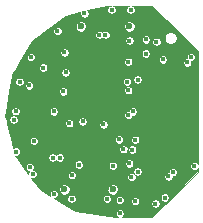
<source format=gbr>
G04 #@! TF.FileFunction,Copper,L4,Inr,Plane*
%FSLAX46Y46*%
G04 Gerber Fmt 4.6, Leading zero omitted, Abs format (unit mm)*
G04 Created by KiCad (PCBNEW 4.0.2+dfsg1-2~bpo8+1-stable) date jue 23 mar 2017 16:55:10 ART*
%MOMM*%
G01*
G04 APERTURE LIST*
%ADD10C,0.100000*%
%ADD11C,0.600000*%
%ADD12C,0.406400*%
%ADD13C,0.088900*%
%ADD14C,0.101600*%
G04 APERTURE END LIST*
D10*
D11*
X86847840Y-58704220D03*
X82747840Y-58704220D03*
X85450000Y-72500000D03*
X81350000Y-72500000D03*
D12*
X78650000Y-71200000D03*
X86950000Y-57300000D03*
X84650000Y-66999998D03*
X86842118Y-70300000D03*
X80450000Y-65900000D03*
X81750000Y-66900000D03*
X81355686Y-60900000D03*
X86850000Y-59900000D03*
X81250004Y-64200000D03*
X81450000Y-62600000D03*
X78513430Y-61300000D03*
X82570055Y-70398287D03*
X86750000Y-64100000D03*
X87150000Y-65900000D03*
X86750000Y-66200000D03*
X85450000Y-70500000D03*
X80950000Y-69807884D03*
X89686560Y-61500000D03*
X83050000Y-57600000D03*
X81950004Y-73300000D03*
X92350000Y-70527126D03*
X92050000Y-61300000D03*
X77050000Y-66600000D03*
X77213430Y-65880144D03*
X84948782Y-73300000D03*
X86350000Y-69100000D03*
X86650000Y-63400000D03*
X80350000Y-69807884D03*
X77250000Y-69300000D03*
X81349996Y-58200000D03*
X88771510Y-61743021D03*
X78150000Y-61700000D03*
X87192102Y-67800000D03*
X87350000Y-64500002D03*
X88750000Y-57300000D03*
X90713430Y-70527116D03*
X90667338Y-72112143D03*
X91950000Y-70900000D03*
X78550000Y-64300000D03*
X77949996Y-64300000D03*
X84649507Y-70624511D03*
X92450000Y-61700000D03*
X86650000Y-62599994D03*
X80750006Y-59100000D03*
X85350000Y-57300004D03*
X87087991Y-69137991D03*
X89132782Y-60007808D03*
X87550000Y-70999994D03*
X88250000Y-59800000D03*
X88239958Y-61000000D03*
X89850000Y-73200000D03*
X91750000Y-61752898D03*
X81982757Y-71306835D03*
X89050000Y-73700000D03*
X84814596Y-59423270D03*
X90150000Y-71400000D03*
X84314595Y-59423270D03*
X90528492Y-71043022D03*
X86750000Y-61700000D03*
X87550000Y-63200000D03*
X79550000Y-62200000D03*
X86050000Y-74536570D03*
X86050000Y-73400000D03*
X82893453Y-66743453D03*
X78750000Y-68400000D03*
X85963722Y-68263430D03*
X87350000Y-73499992D03*
X77549994Y-63400000D03*
X87023121Y-71457791D03*
X78359022Y-63696107D03*
X78430061Y-70604080D03*
X87350000Y-68300000D03*
X80450000Y-72900000D03*
D13*
X78150000Y-61700000D02*
X77946801Y-61903199D01*
X78262632Y-64300000D02*
X78550000Y-64300000D01*
X77946801Y-63984169D02*
X78262632Y-64300000D01*
X77946801Y-61903199D02*
X77946801Y-63984169D01*
D14*
X91086314Y-70900000D02*
X90916629Y-70730315D01*
X91950000Y-70900000D02*
X91086314Y-70900000D01*
X90916629Y-70730315D02*
X90713430Y-70527116D01*
X92450000Y-61700000D02*
X92450000Y-64200000D01*
G36*
X85148832Y-56998365D02*
X85048712Y-57098310D01*
X84994461Y-57228960D01*
X84994338Y-57370427D01*
X85048361Y-57501172D01*
X85148306Y-57601292D01*
X85278956Y-57655543D01*
X85420423Y-57655666D01*
X85551168Y-57601643D01*
X85651288Y-57501698D01*
X85705539Y-57371048D01*
X85705662Y-57229581D01*
X85651639Y-57098836D01*
X85551694Y-56998716D01*
X85440153Y-56952400D01*
X86860066Y-56952400D01*
X86748832Y-56998361D01*
X86648712Y-57098306D01*
X86594461Y-57228956D01*
X86594338Y-57370423D01*
X86648361Y-57501168D01*
X86748306Y-57601288D01*
X86878956Y-57655539D01*
X87020423Y-57655662D01*
X87151168Y-57601639D01*
X87251288Y-57501694D01*
X87305539Y-57371044D01*
X87305662Y-57229577D01*
X87251639Y-57098832D01*
X87151694Y-56998712D01*
X87040163Y-56952400D01*
X88795452Y-56952400D01*
X92647600Y-60804548D01*
X92647600Y-70321912D01*
X92551694Y-70225838D01*
X92421044Y-70171587D01*
X92279577Y-70171464D01*
X92148832Y-70225487D01*
X92048712Y-70325432D01*
X91994461Y-70456082D01*
X91994338Y-70597549D01*
X92048361Y-70728294D01*
X92148306Y-70828414D01*
X92278956Y-70882665D01*
X92420423Y-70882788D01*
X92551168Y-70828765D01*
X92647600Y-70732502D01*
X92647600Y-70995452D01*
X88795452Y-74847600D01*
X86228440Y-74847600D01*
X86251168Y-74838209D01*
X86351288Y-74738264D01*
X86405539Y-74607614D01*
X86405662Y-74466147D01*
X86351639Y-74335402D01*
X86251694Y-74235282D01*
X86121044Y-74181031D01*
X85979577Y-74180908D01*
X85848832Y-74234931D01*
X85748712Y-74334876D01*
X85694461Y-74465526D01*
X85694338Y-74606993D01*
X85748361Y-74737738D01*
X85848306Y-74837858D01*
X85871767Y-74847600D01*
X85719337Y-74847600D01*
X82236926Y-74310957D01*
X80687612Y-73370423D01*
X81594342Y-73370423D01*
X81648365Y-73501168D01*
X81748310Y-73601288D01*
X81878960Y-73655539D01*
X82020427Y-73655662D01*
X82151172Y-73601639D01*
X82251292Y-73501694D01*
X82305543Y-73371044D01*
X82305543Y-73370423D01*
X84593120Y-73370423D01*
X84647143Y-73501168D01*
X84747088Y-73601288D01*
X84877738Y-73655539D01*
X85019205Y-73655662D01*
X85149950Y-73601639D01*
X85250070Y-73501694D01*
X85263054Y-73470423D01*
X85694338Y-73470423D01*
X85748361Y-73601168D01*
X85848306Y-73701288D01*
X85978956Y-73755539D01*
X86120423Y-73755662D01*
X86251168Y-73701639D01*
X86351288Y-73601694D01*
X86364276Y-73570415D01*
X86994338Y-73570415D01*
X87048361Y-73701160D01*
X87148306Y-73801280D01*
X87278956Y-73855531D01*
X87420423Y-73855654D01*
X87551168Y-73801631D01*
X87582430Y-73770423D01*
X88694338Y-73770423D01*
X88748361Y-73901168D01*
X88848306Y-74001288D01*
X88978956Y-74055539D01*
X89120423Y-74055662D01*
X89251168Y-74001639D01*
X89351288Y-73901694D01*
X89405539Y-73771044D01*
X89405662Y-73629577D01*
X89351639Y-73498832D01*
X89251694Y-73398712D01*
X89121044Y-73344461D01*
X88979577Y-73344338D01*
X88848832Y-73398361D01*
X88748712Y-73498306D01*
X88694461Y-73628956D01*
X88694338Y-73770423D01*
X87582430Y-73770423D01*
X87651288Y-73701686D01*
X87705539Y-73571036D01*
X87705662Y-73429569D01*
X87651639Y-73298824D01*
X87623288Y-73270423D01*
X89494338Y-73270423D01*
X89548361Y-73401168D01*
X89648306Y-73501288D01*
X89778956Y-73555539D01*
X89920423Y-73555662D01*
X90051168Y-73501639D01*
X90151288Y-73401694D01*
X90205539Y-73271044D01*
X90205662Y-73129577D01*
X90151639Y-72998832D01*
X90051694Y-72898712D01*
X89921044Y-72844461D01*
X89779577Y-72844338D01*
X89648832Y-72898361D01*
X89548712Y-72998306D01*
X89494461Y-73128956D01*
X89494338Y-73270423D01*
X87623288Y-73270423D01*
X87551694Y-73198704D01*
X87421044Y-73144453D01*
X87279577Y-73144330D01*
X87148832Y-73198353D01*
X87048712Y-73298298D01*
X86994461Y-73428948D01*
X86994338Y-73570415D01*
X86364276Y-73570415D01*
X86405539Y-73471044D01*
X86405662Y-73329577D01*
X86351639Y-73198832D01*
X86251694Y-73098712D01*
X86121044Y-73044461D01*
X85979577Y-73044338D01*
X85848832Y-73098361D01*
X85748712Y-73198306D01*
X85694461Y-73328956D01*
X85694338Y-73470423D01*
X85263054Y-73470423D01*
X85304321Y-73371044D01*
X85304444Y-73229577D01*
X85250421Y-73098832D01*
X85150476Y-72998712D01*
X85019826Y-72944461D01*
X84878359Y-72944338D01*
X84747614Y-72998361D01*
X84647494Y-73098306D01*
X84593243Y-73228956D01*
X84593120Y-73370423D01*
X82305543Y-73370423D01*
X82305666Y-73229577D01*
X82251643Y-73098832D01*
X82151698Y-72998712D01*
X82021048Y-72944461D01*
X81879581Y-72944338D01*
X81748836Y-72998361D01*
X81648716Y-73098306D01*
X81594465Y-73228956D01*
X81594342Y-73370423D01*
X80687612Y-73370423D01*
X80498538Y-73255643D01*
X80520423Y-73255662D01*
X80651168Y-73201639D01*
X80751288Y-73101694D01*
X80805539Y-72971044D01*
X80805662Y-72829577D01*
X80751639Y-72698832D01*
X80651694Y-72598712D01*
X80629734Y-72589593D01*
X80897522Y-72589593D01*
X80966250Y-72755929D01*
X81093401Y-72883302D01*
X81259617Y-72952321D01*
X81439593Y-72952478D01*
X81605929Y-72883750D01*
X81733302Y-72756599D01*
X81802321Y-72590383D01*
X81802321Y-72589593D01*
X84997522Y-72589593D01*
X85066250Y-72755929D01*
X85193401Y-72883302D01*
X85359617Y-72952321D01*
X85539593Y-72952478D01*
X85705929Y-72883750D01*
X85833302Y-72756599D01*
X85902321Y-72590383D01*
X85902478Y-72410407D01*
X85833750Y-72244071D01*
X85706599Y-72116698D01*
X85540383Y-72047679D01*
X85360407Y-72047522D01*
X85194071Y-72116250D01*
X85066698Y-72243401D01*
X84997679Y-72409617D01*
X84997522Y-72589593D01*
X81802321Y-72589593D01*
X81802478Y-72410407D01*
X81733750Y-72244071D01*
X81606599Y-72116698D01*
X81440383Y-72047679D01*
X81260407Y-72047522D01*
X81094071Y-72116250D01*
X80966698Y-72243401D01*
X80897679Y-72409617D01*
X80897522Y-72589593D01*
X80629734Y-72589593D01*
X80521044Y-72544461D01*
X80379577Y-72544338D01*
X80248832Y-72598361D01*
X80148712Y-72698306D01*
X80094461Y-72828956D01*
X80094338Y-72970423D01*
X80116314Y-73023608D01*
X79251354Y-72498522D01*
X78551987Y-71544340D01*
X78578956Y-71555539D01*
X78720423Y-71555662D01*
X78851168Y-71501639D01*
X78951288Y-71401694D01*
X78961434Y-71377258D01*
X81627095Y-71377258D01*
X81681118Y-71508003D01*
X81781063Y-71608123D01*
X81911713Y-71662374D01*
X82053180Y-71662497D01*
X82183925Y-71608474D01*
X82264325Y-71528214D01*
X86667459Y-71528214D01*
X86721482Y-71658959D01*
X86821427Y-71759079D01*
X86952077Y-71813330D01*
X87093544Y-71813453D01*
X87224289Y-71759430D01*
X87324409Y-71659485D01*
X87378660Y-71528835D01*
X87378710Y-71470423D01*
X89794338Y-71470423D01*
X89848361Y-71601168D01*
X89948306Y-71701288D01*
X90078956Y-71755539D01*
X90220423Y-71755662D01*
X90351168Y-71701639D01*
X90451288Y-71601694D01*
X90505539Y-71471044D01*
X90505602Y-71398603D01*
X90598915Y-71398684D01*
X90729660Y-71344661D01*
X90829780Y-71244716D01*
X90884031Y-71114066D01*
X90884154Y-70972599D01*
X90830131Y-70841854D01*
X90730186Y-70741734D01*
X90599536Y-70687483D01*
X90458069Y-70687360D01*
X90327324Y-70741383D01*
X90227204Y-70841328D01*
X90172953Y-70971978D01*
X90172890Y-71044419D01*
X90079577Y-71044338D01*
X89948832Y-71098361D01*
X89848712Y-71198306D01*
X89794461Y-71328956D01*
X89794338Y-71470423D01*
X87378710Y-71470423D01*
X87378783Y-71387368D01*
X87339616Y-71292577D01*
X87348306Y-71301282D01*
X87478956Y-71355533D01*
X87620423Y-71355656D01*
X87751168Y-71301633D01*
X87851288Y-71201688D01*
X87905539Y-71071038D01*
X87905662Y-70929571D01*
X87851639Y-70798826D01*
X87751694Y-70698706D01*
X87621044Y-70644455D01*
X87479577Y-70644332D01*
X87348832Y-70698355D01*
X87248712Y-70798300D01*
X87194461Y-70928950D01*
X87194338Y-71070417D01*
X87233505Y-71165208D01*
X87224815Y-71156503D01*
X87094165Y-71102252D01*
X86952698Y-71102129D01*
X86821953Y-71156152D01*
X86721833Y-71256097D01*
X86667582Y-71386747D01*
X86667459Y-71528214D01*
X82264325Y-71528214D01*
X82284045Y-71508529D01*
X82338296Y-71377879D01*
X82338419Y-71236412D01*
X82284396Y-71105667D01*
X82184451Y-71005547D01*
X82053801Y-70951296D01*
X81912334Y-70951173D01*
X81781589Y-71005196D01*
X81681469Y-71105141D01*
X81627218Y-71235791D01*
X81627095Y-71377258D01*
X78961434Y-71377258D01*
X79005539Y-71271044D01*
X79005662Y-71129577D01*
X78951639Y-70998832D01*
X78851694Y-70898712D01*
X78721044Y-70844461D01*
X78692619Y-70844436D01*
X78731349Y-70805774D01*
X78785600Y-70675124D01*
X78785723Y-70533657D01*
X78758888Y-70468710D01*
X82214393Y-70468710D01*
X82268416Y-70599455D01*
X82368361Y-70699575D01*
X82499011Y-70753826D01*
X82640478Y-70753949D01*
X82771223Y-70699926D01*
X82871343Y-70599981D01*
X82883616Y-70570423D01*
X85094338Y-70570423D01*
X85148361Y-70701168D01*
X85248306Y-70801288D01*
X85378956Y-70855539D01*
X85520423Y-70855662D01*
X85651168Y-70801639D01*
X85751288Y-70701694D01*
X85805539Y-70571044D01*
X85805662Y-70429577D01*
X85781220Y-70370423D01*
X86486456Y-70370423D01*
X86540479Y-70501168D01*
X86640424Y-70601288D01*
X86771074Y-70655539D01*
X86912541Y-70655662D01*
X87043286Y-70601639D01*
X87143406Y-70501694D01*
X87197657Y-70371044D01*
X87197780Y-70229577D01*
X87143757Y-70098832D01*
X87043812Y-69998712D01*
X86913162Y-69944461D01*
X86771695Y-69944338D01*
X86640950Y-69998361D01*
X86540830Y-70098306D01*
X86486579Y-70228956D01*
X86486456Y-70370423D01*
X85781220Y-70370423D01*
X85751639Y-70298832D01*
X85651694Y-70198712D01*
X85521044Y-70144461D01*
X85379577Y-70144338D01*
X85248832Y-70198361D01*
X85148712Y-70298306D01*
X85094461Y-70428956D01*
X85094338Y-70570423D01*
X82883616Y-70570423D01*
X82925594Y-70469331D01*
X82925717Y-70327864D01*
X82871694Y-70197119D01*
X82771749Y-70096999D01*
X82641099Y-70042748D01*
X82499632Y-70042625D01*
X82368887Y-70096648D01*
X82268767Y-70196593D01*
X82214516Y-70327243D01*
X82214393Y-70468710D01*
X78758888Y-70468710D01*
X78731700Y-70402912D01*
X78631755Y-70302792D01*
X78501105Y-70248541D01*
X78359638Y-70248418D01*
X78228893Y-70302441D01*
X78128773Y-70402386D01*
X78074522Y-70533036D01*
X78074399Y-70674503D01*
X78128422Y-70805248D01*
X78228367Y-70905368D01*
X78359017Y-70959619D01*
X78387442Y-70959644D01*
X78348712Y-70998306D01*
X78294461Y-71128956D01*
X78294405Y-71192909D01*
X77330869Y-69878307D01*
X79994338Y-69878307D01*
X80048361Y-70009052D01*
X80148306Y-70109172D01*
X80278956Y-70163423D01*
X80420423Y-70163546D01*
X80551168Y-70109523D01*
X80650085Y-70010779D01*
X80748306Y-70109172D01*
X80878956Y-70163423D01*
X81020423Y-70163546D01*
X81151168Y-70109523D01*
X81251288Y-70009578D01*
X81305539Y-69878928D01*
X81305662Y-69737461D01*
X81251639Y-69606716D01*
X81151694Y-69506596D01*
X81021044Y-69452345D01*
X80879577Y-69452222D01*
X80748832Y-69506245D01*
X80649915Y-69604989D01*
X80551694Y-69506596D01*
X80421044Y-69452345D01*
X80279577Y-69452222D01*
X80148832Y-69506245D01*
X80048712Y-69606190D01*
X79994461Y-69736840D01*
X79994338Y-69878307D01*
X77330869Y-69878307D01*
X77186636Y-69681524D01*
X77180283Y-69655540D01*
X77320423Y-69655662D01*
X77451168Y-69601639D01*
X77551288Y-69501694D01*
X77605539Y-69371044D01*
X77605662Y-69229577D01*
X77581220Y-69170423D01*
X85994338Y-69170423D01*
X86048361Y-69301168D01*
X86148306Y-69401288D01*
X86278956Y-69455539D01*
X86420423Y-69455662D01*
X86551168Y-69401639D01*
X86651288Y-69301694D01*
X86690021Y-69208414D01*
X86732329Y-69208414D01*
X86786352Y-69339159D01*
X86886297Y-69439279D01*
X87016947Y-69493530D01*
X87158414Y-69493653D01*
X87289159Y-69439630D01*
X87389279Y-69339685D01*
X87443530Y-69209035D01*
X87443653Y-69067568D01*
X87389630Y-68936823D01*
X87289685Y-68836703D01*
X87159035Y-68782452D01*
X87017568Y-68782329D01*
X86886823Y-68836352D01*
X86786703Y-68936297D01*
X86732452Y-69066947D01*
X86732329Y-69208414D01*
X86690021Y-69208414D01*
X86705539Y-69171044D01*
X86705662Y-69029577D01*
X86651639Y-68898832D01*
X86551694Y-68798712D01*
X86421044Y-68744461D01*
X86279577Y-68744338D01*
X86148832Y-68798361D01*
X86048712Y-68898306D01*
X85994461Y-69028956D01*
X85994338Y-69170423D01*
X77581220Y-69170423D01*
X77551639Y-69098832D01*
X77451694Y-68998712D01*
X77321044Y-68944461D01*
X77179577Y-68944338D01*
X77048832Y-68998361D01*
X77025334Y-69021818D01*
X76890516Y-68470423D01*
X78394338Y-68470423D01*
X78448361Y-68601168D01*
X78548306Y-68701288D01*
X78678956Y-68755539D01*
X78820423Y-68755662D01*
X78951168Y-68701639D01*
X79051288Y-68601694D01*
X79105539Y-68471044D01*
X79105658Y-68333853D01*
X85608060Y-68333853D01*
X85662083Y-68464598D01*
X85762028Y-68564718D01*
X85892678Y-68618969D01*
X86034145Y-68619092D01*
X86164890Y-68565069D01*
X86265010Y-68465124D01*
X86304333Y-68370423D01*
X86994338Y-68370423D01*
X87048361Y-68501168D01*
X87148306Y-68601288D01*
X87278956Y-68655539D01*
X87420423Y-68655662D01*
X87551168Y-68601639D01*
X87651288Y-68501694D01*
X87705539Y-68371044D01*
X87705662Y-68229577D01*
X87651639Y-68098832D01*
X87551694Y-67998712D01*
X87421044Y-67944461D01*
X87279577Y-67944338D01*
X87148832Y-67998361D01*
X87048712Y-68098306D01*
X86994461Y-68228956D01*
X86994338Y-68370423D01*
X86304333Y-68370423D01*
X86319261Y-68334474D01*
X86319384Y-68193007D01*
X86265361Y-68062262D01*
X86165416Y-67962142D01*
X86034766Y-67907891D01*
X85893299Y-67907768D01*
X85762554Y-67961791D01*
X85662434Y-68061736D01*
X85608183Y-68192386D01*
X85608060Y-68333853D01*
X79105658Y-68333853D01*
X79105662Y-68329577D01*
X79051639Y-68198832D01*
X78951694Y-68098712D01*
X78821044Y-68044461D01*
X78679577Y-68044338D01*
X78548832Y-68098361D01*
X78448712Y-68198306D01*
X78394461Y-68328956D01*
X78394338Y-68470423D01*
X76890516Y-68470423D01*
X76523758Y-66970423D01*
X81394338Y-66970423D01*
X81448361Y-67101168D01*
X81548306Y-67201288D01*
X81678956Y-67255539D01*
X81820423Y-67255662D01*
X81951168Y-67201639D01*
X82051288Y-67101694D01*
X82105539Y-66971044D01*
X82105662Y-66829577D01*
X82099175Y-66813876D01*
X82537791Y-66813876D01*
X82591814Y-66944621D01*
X82691759Y-67044741D01*
X82822409Y-67098992D01*
X82963876Y-67099115D01*
X83033320Y-67070421D01*
X84294338Y-67070421D01*
X84348361Y-67201166D01*
X84448306Y-67301286D01*
X84578956Y-67355537D01*
X84720423Y-67355660D01*
X84851168Y-67301637D01*
X84951288Y-67201692D01*
X85005539Y-67071042D01*
X85005662Y-66929575D01*
X84951639Y-66798830D01*
X84851694Y-66698710D01*
X84721044Y-66644459D01*
X84579577Y-66644336D01*
X84448832Y-66698359D01*
X84348712Y-66798304D01*
X84294461Y-66928954D01*
X84294338Y-67070421D01*
X83033320Y-67070421D01*
X83094621Y-67045092D01*
X83194741Y-66945147D01*
X83248992Y-66814497D01*
X83249115Y-66673030D01*
X83195092Y-66542285D01*
X83095147Y-66442165D01*
X82964497Y-66387914D01*
X82823030Y-66387791D01*
X82692285Y-66441814D01*
X82592165Y-66541759D01*
X82537914Y-66672409D01*
X82537791Y-66813876D01*
X82099175Y-66813876D01*
X82051639Y-66698832D01*
X81951694Y-66598712D01*
X81821044Y-66544461D01*
X81679577Y-66544338D01*
X81548832Y-66598361D01*
X81448712Y-66698306D01*
X81394461Y-66828956D01*
X81394338Y-66970423D01*
X76523758Y-66970423D01*
X76450406Y-66670423D01*
X76694338Y-66670423D01*
X76748361Y-66801168D01*
X76848306Y-66901288D01*
X76978956Y-66955539D01*
X77120423Y-66955662D01*
X77251168Y-66901639D01*
X77351288Y-66801694D01*
X77405539Y-66671044D01*
X77405662Y-66529577D01*
X77351639Y-66398832D01*
X77251694Y-66298712D01*
X77183568Y-66270423D01*
X86394338Y-66270423D01*
X86448361Y-66401168D01*
X86548306Y-66501288D01*
X86678956Y-66555539D01*
X86820423Y-66555662D01*
X86951168Y-66501639D01*
X87051288Y-66401694D01*
X87105539Y-66271044D01*
X87105552Y-66255562D01*
X87220423Y-66255662D01*
X87351168Y-66201639D01*
X87451288Y-66101694D01*
X87505539Y-65971044D01*
X87505662Y-65829577D01*
X87451639Y-65698832D01*
X87351694Y-65598712D01*
X87221044Y-65544461D01*
X87079577Y-65544338D01*
X86948832Y-65598361D01*
X86848712Y-65698306D01*
X86794461Y-65828956D01*
X86794448Y-65844438D01*
X86679577Y-65844338D01*
X86548832Y-65898361D01*
X86448712Y-65998306D01*
X86394461Y-66128956D01*
X86394338Y-66270423D01*
X77183568Y-66270423D01*
X77121044Y-66244461D01*
X76979577Y-66244338D01*
X76848832Y-66298361D01*
X76748712Y-66398306D01*
X76694461Y-66528956D01*
X76694338Y-66670423D01*
X76450406Y-66670423D01*
X76357102Y-66288820D01*
X76409227Y-65950567D01*
X76857768Y-65950567D01*
X76911791Y-66081312D01*
X77011736Y-66181432D01*
X77142386Y-66235683D01*
X77283853Y-66235806D01*
X77414598Y-66181783D01*
X77514718Y-66081838D01*
X77560981Y-65970423D01*
X80094338Y-65970423D01*
X80148361Y-66101168D01*
X80248306Y-66201288D01*
X80378956Y-66255539D01*
X80520423Y-66255662D01*
X80651168Y-66201639D01*
X80751288Y-66101694D01*
X80805539Y-65971044D01*
X80805662Y-65829577D01*
X80751639Y-65698832D01*
X80651694Y-65598712D01*
X80521044Y-65544461D01*
X80379577Y-65544338D01*
X80248832Y-65598361D01*
X80148712Y-65698306D01*
X80094461Y-65828956D01*
X80094338Y-65970423D01*
X77560981Y-65970423D01*
X77568969Y-65951188D01*
X77569092Y-65809721D01*
X77515069Y-65678976D01*
X77415124Y-65578856D01*
X77284474Y-65524605D01*
X77143007Y-65524482D01*
X77012262Y-65578505D01*
X76912142Y-65678450D01*
X76857891Y-65809100D01*
X76857768Y-65950567D01*
X76409227Y-65950567D01*
X76668138Y-64270423D01*
X80894342Y-64270423D01*
X80948365Y-64401168D01*
X81048310Y-64501288D01*
X81178960Y-64555539D01*
X81320427Y-64555662D01*
X81451172Y-64501639D01*
X81551292Y-64401694D01*
X81605543Y-64271044D01*
X81605666Y-64129577D01*
X81551643Y-63998832D01*
X81451698Y-63898712D01*
X81321048Y-63844461D01*
X81179581Y-63844338D01*
X81048836Y-63898361D01*
X80948716Y-63998306D01*
X80894465Y-64128956D01*
X80894342Y-64270423D01*
X76668138Y-64270423D01*
X76745789Y-63766530D01*
X78003360Y-63766530D01*
X78057383Y-63897275D01*
X78157328Y-63997395D01*
X78287978Y-64051646D01*
X78429445Y-64051769D01*
X78560190Y-63997746D01*
X78660310Y-63897801D01*
X78714561Y-63767151D01*
X78714684Y-63625684D01*
X78660661Y-63494939D01*
X78636188Y-63470423D01*
X86294338Y-63470423D01*
X86348361Y-63601168D01*
X86448306Y-63701288D01*
X86578956Y-63755539D01*
X86652314Y-63755603D01*
X86548832Y-63798361D01*
X86448712Y-63898306D01*
X86394461Y-64028956D01*
X86394338Y-64170423D01*
X86448361Y-64301168D01*
X86548306Y-64401288D01*
X86678956Y-64455539D01*
X86820423Y-64455662D01*
X86951168Y-64401639D01*
X87051288Y-64301694D01*
X87105539Y-64171044D01*
X87105662Y-64029577D01*
X87051639Y-63898832D01*
X86951694Y-63798712D01*
X86821044Y-63744461D01*
X86747686Y-63744397D01*
X86851168Y-63701639D01*
X86951288Y-63601694D01*
X87005539Y-63471044D01*
X87005662Y-63329577D01*
X86981220Y-63270423D01*
X87194338Y-63270423D01*
X87248361Y-63401168D01*
X87348306Y-63501288D01*
X87478956Y-63555539D01*
X87620423Y-63555662D01*
X87751168Y-63501639D01*
X87851288Y-63401694D01*
X87905539Y-63271044D01*
X87905662Y-63129577D01*
X87851639Y-62998832D01*
X87751694Y-62898712D01*
X87621044Y-62844461D01*
X87479577Y-62844338D01*
X87348832Y-62898361D01*
X87248712Y-62998306D01*
X87194461Y-63128956D01*
X87194338Y-63270423D01*
X86981220Y-63270423D01*
X86951639Y-63198832D01*
X86851694Y-63098712D01*
X86721044Y-63044461D01*
X86579577Y-63044338D01*
X86448832Y-63098361D01*
X86348712Y-63198306D01*
X86294461Y-63328956D01*
X86294338Y-63470423D01*
X78636188Y-63470423D01*
X78560716Y-63394819D01*
X78430066Y-63340568D01*
X78288599Y-63340445D01*
X78157854Y-63394468D01*
X78057734Y-63494413D01*
X78003483Y-63625063D01*
X78003360Y-63766530D01*
X76745789Y-63766530D01*
X76791420Y-63470423D01*
X77194332Y-63470423D01*
X77248355Y-63601168D01*
X77348300Y-63701288D01*
X77478950Y-63755539D01*
X77620417Y-63755662D01*
X77751162Y-63701639D01*
X77851282Y-63601694D01*
X77905533Y-63471044D01*
X77905656Y-63329577D01*
X77851633Y-63198832D01*
X77751688Y-63098712D01*
X77621038Y-63044461D01*
X77479571Y-63044338D01*
X77348826Y-63098361D01*
X77248706Y-63198306D01*
X77194455Y-63328956D01*
X77194332Y-63470423D01*
X76791420Y-63470423D01*
X76889043Y-62836927D01*
X76990121Y-62670423D01*
X81094338Y-62670423D01*
X81148361Y-62801168D01*
X81248306Y-62901288D01*
X81378956Y-62955539D01*
X81520423Y-62955662D01*
X81651168Y-62901639D01*
X81751288Y-62801694D01*
X81805539Y-62671044D01*
X81805662Y-62529577D01*
X81751639Y-62398832D01*
X81651694Y-62298712D01*
X81521044Y-62244461D01*
X81379577Y-62244338D01*
X81248832Y-62298361D01*
X81148712Y-62398306D01*
X81094461Y-62528956D01*
X81094338Y-62670423D01*
X76990121Y-62670423D01*
X77232947Y-62270423D01*
X79194338Y-62270423D01*
X79248361Y-62401168D01*
X79348306Y-62501288D01*
X79478956Y-62555539D01*
X79620423Y-62555662D01*
X79751168Y-62501639D01*
X79851288Y-62401694D01*
X79905539Y-62271044D01*
X79905662Y-62129577D01*
X79851639Y-61998832D01*
X79751694Y-61898712D01*
X79621044Y-61844461D01*
X79479577Y-61844338D01*
X79348832Y-61898361D01*
X79248712Y-61998306D01*
X79194461Y-62128956D01*
X79194338Y-62270423D01*
X77232947Y-62270423D01*
X77536479Y-61770423D01*
X86394338Y-61770423D01*
X86448361Y-61901168D01*
X86548306Y-62001288D01*
X86678956Y-62055539D01*
X86820423Y-62055662D01*
X86951168Y-62001639D01*
X87051288Y-61901694D01*
X87105539Y-61771044D01*
X87105662Y-61629577D01*
X87081220Y-61570423D01*
X89330898Y-61570423D01*
X89384921Y-61701168D01*
X89484866Y-61801288D01*
X89615516Y-61855539D01*
X89756983Y-61855662D01*
X89835253Y-61823321D01*
X91394338Y-61823321D01*
X91448361Y-61954066D01*
X91548306Y-62054186D01*
X91678956Y-62108437D01*
X91820423Y-62108560D01*
X91951168Y-62054537D01*
X92051288Y-61954592D01*
X92105539Y-61823942D01*
X92105662Y-61682475D01*
X92094574Y-61655640D01*
X92120423Y-61655662D01*
X92251168Y-61601639D01*
X92351288Y-61501694D01*
X92405539Y-61371044D01*
X92405662Y-61229577D01*
X92351639Y-61098832D01*
X92251694Y-60998712D01*
X92121044Y-60944461D01*
X91979577Y-60944338D01*
X91848832Y-60998361D01*
X91748712Y-61098306D01*
X91694461Y-61228956D01*
X91694338Y-61370423D01*
X91705426Y-61397258D01*
X91679577Y-61397236D01*
X91548832Y-61451259D01*
X91448712Y-61551204D01*
X91394461Y-61681854D01*
X91394338Y-61823321D01*
X89835253Y-61823321D01*
X89887728Y-61801639D01*
X89987848Y-61701694D01*
X90042099Y-61571044D01*
X90042222Y-61429577D01*
X89988199Y-61298832D01*
X89888254Y-61198712D01*
X89757604Y-61144461D01*
X89616137Y-61144338D01*
X89485392Y-61198361D01*
X89385272Y-61298306D01*
X89331021Y-61428956D01*
X89330898Y-61570423D01*
X87081220Y-61570423D01*
X87051639Y-61498832D01*
X86951694Y-61398712D01*
X86821044Y-61344461D01*
X86679577Y-61344338D01*
X86548832Y-61398361D01*
X86448712Y-61498306D01*
X86394461Y-61628956D01*
X86394338Y-61770423D01*
X77536479Y-61770423D01*
X77779305Y-61370423D01*
X78157768Y-61370423D01*
X78211791Y-61501168D01*
X78311736Y-61601288D01*
X78442386Y-61655539D01*
X78583853Y-61655662D01*
X78714598Y-61601639D01*
X78814718Y-61501694D01*
X78868969Y-61371044D01*
X78869092Y-61229577D01*
X78815069Y-61098832D01*
X78715124Y-60998712D01*
X78646998Y-60970423D01*
X81000024Y-60970423D01*
X81054047Y-61101168D01*
X81153992Y-61201288D01*
X81284642Y-61255539D01*
X81426109Y-61255662D01*
X81556854Y-61201639D01*
X81656974Y-61101694D01*
X81669958Y-61070423D01*
X87884296Y-61070423D01*
X87938319Y-61201168D01*
X88038264Y-61301288D01*
X88168914Y-61355539D01*
X88310381Y-61355662D01*
X88441126Y-61301639D01*
X88541246Y-61201694D01*
X88595497Y-61071044D01*
X88595620Y-60929577D01*
X88541597Y-60798832D01*
X88441652Y-60698712D01*
X88311002Y-60644461D01*
X88169535Y-60644338D01*
X88038790Y-60698361D01*
X87938670Y-60798306D01*
X87884419Y-60928956D01*
X87884296Y-61070423D01*
X81669958Y-61070423D01*
X81711225Y-60971044D01*
X81711348Y-60829577D01*
X81657325Y-60698832D01*
X81557380Y-60598712D01*
X81426730Y-60544461D01*
X81285263Y-60544338D01*
X81154518Y-60598361D01*
X81054398Y-60698306D01*
X81000147Y-60828956D01*
X81000024Y-60970423D01*
X78646998Y-60970423D01*
X78584474Y-60944461D01*
X78443007Y-60944338D01*
X78312262Y-60998361D01*
X78212142Y-61098306D01*
X78157891Y-61228956D01*
X78157768Y-61370423D01*
X77779305Y-61370423D01*
X78629195Y-59970423D01*
X86494338Y-59970423D01*
X86548361Y-60101168D01*
X86648306Y-60201288D01*
X86778956Y-60255539D01*
X86920423Y-60255662D01*
X87051168Y-60201639D01*
X87151288Y-60101694D01*
X87205539Y-59971044D01*
X87205626Y-59870423D01*
X87894338Y-59870423D01*
X87948361Y-60001168D01*
X88048306Y-60101288D01*
X88178956Y-60155539D01*
X88320423Y-60155662D01*
X88451168Y-60101639D01*
X88474616Y-60078231D01*
X88777120Y-60078231D01*
X88831143Y-60208976D01*
X88931088Y-60309096D01*
X89061738Y-60363347D01*
X89203205Y-60363470D01*
X89333950Y-60309447D01*
X89434070Y-60209502D01*
X89488321Y-60078852D01*
X89488444Y-59937385D01*
X89434421Y-59806640D01*
X89434310Y-59806528D01*
X89824591Y-59806528D01*
X89904714Y-60000440D01*
X90052944Y-60148929D01*
X90246715Y-60229390D01*
X90456528Y-60229573D01*
X90650440Y-60149450D01*
X90798929Y-60001220D01*
X90879390Y-59807449D01*
X90879573Y-59597636D01*
X90799450Y-59403724D01*
X90651220Y-59255235D01*
X90457449Y-59174774D01*
X90247636Y-59174591D01*
X90053724Y-59254714D01*
X89905235Y-59402944D01*
X89824774Y-59596715D01*
X89824591Y-59806528D01*
X89434310Y-59806528D01*
X89334476Y-59706520D01*
X89203826Y-59652269D01*
X89062359Y-59652146D01*
X88931614Y-59706169D01*
X88831494Y-59806114D01*
X88777243Y-59936764D01*
X88777120Y-60078231D01*
X88474616Y-60078231D01*
X88551288Y-60001694D01*
X88605539Y-59871044D01*
X88605662Y-59729577D01*
X88551639Y-59598832D01*
X88451694Y-59498712D01*
X88321044Y-59444461D01*
X88179577Y-59444338D01*
X88048832Y-59498361D01*
X87948712Y-59598306D01*
X87894461Y-59728956D01*
X87894338Y-59870423D01*
X87205626Y-59870423D01*
X87205662Y-59829577D01*
X87151639Y-59698832D01*
X87051694Y-59598712D01*
X86921044Y-59544461D01*
X86779577Y-59544338D01*
X86648832Y-59598361D01*
X86548712Y-59698306D01*
X86494461Y-59828956D01*
X86494338Y-59970423D01*
X78629195Y-59970423D01*
X78701478Y-59851354D01*
X79189452Y-59493693D01*
X83958933Y-59493693D01*
X84012956Y-59624438D01*
X84112901Y-59724558D01*
X84243551Y-59778809D01*
X84385018Y-59778932D01*
X84515763Y-59724909D01*
X84564593Y-59676164D01*
X84612902Y-59724558D01*
X84743552Y-59778809D01*
X84885019Y-59778932D01*
X85015764Y-59724909D01*
X85115884Y-59624964D01*
X85170135Y-59494314D01*
X85170258Y-59352847D01*
X85116235Y-59222102D01*
X85016290Y-59121982D01*
X84885640Y-59067731D01*
X84744173Y-59067608D01*
X84613428Y-59121631D01*
X84564598Y-59170376D01*
X84516289Y-59121982D01*
X84385639Y-59067731D01*
X84244172Y-59067608D01*
X84113427Y-59121631D01*
X84013307Y-59221576D01*
X83959056Y-59352226D01*
X83958933Y-59493693D01*
X79189452Y-59493693D01*
X79630506Y-59170423D01*
X80394344Y-59170423D01*
X80448367Y-59301168D01*
X80548312Y-59401288D01*
X80678962Y-59455539D01*
X80820429Y-59455662D01*
X80951174Y-59401639D01*
X81051294Y-59301694D01*
X81105545Y-59171044D01*
X81105668Y-59029577D01*
X81051645Y-58898832D01*
X80951700Y-58798712D01*
X80939902Y-58793813D01*
X82295362Y-58793813D01*
X82364090Y-58960149D01*
X82491241Y-59087522D01*
X82657457Y-59156541D01*
X82837433Y-59156698D01*
X83003769Y-59087970D01*
X83131142Y-58960819D01*
X83200161Y-58794603D01*
X83200161Y-58793813D01*
X86395362Y-58793813D01*
X86464090Y-58960149D01*
X86591241Y-59087522D01*
X86757457Y-59156541D01*
X86937433Y-59156698D01*
X87103769Y-59087970D01*
X87231142Y-58960819D01*
X87300161Y-58794603D01*
X87300318Y-58614627D01*
X87231590Y-58448291D01*
X87104439Y-58320918D01*
X86938223Y-58251899D01*
X86758247Y-58251742D01*
X86591911Y-58320470D01*
X86464538Y-58447621D01*
X86395519Y-58613837D01*
X86395362Y-58793813D01*
X83200161Y-58793813D01*
X83200318Y-58614627D01*
X83131590Y-58448291D01*
X83004439Y-58320918D01*
X82838223Y-58251899D01*
X82658247Y-58251742D01*
X82491911Y-58320470D01*
X82364538Y-58447621D01*
X82295519Y-58613837D01*
X82295362Y-58793813D01*
X80939902Y-58793813D01*
X80821050Y-58744461D01*
X80679583Y-58744338D01*
X80548838Y-58798361D01*
X80448718Y-58898306D01*
X80394467Y-59028956D01*
X80394344Y-59170423D01*
X79630506Y-59170423D01*
X81518476Y-57786636D01*
X82708259Y-57495728D01*
X82694461Y-57528956D01*
X82694338Y-57670423D01*
X82748361Y-57801168D01*
X82848306Y-57901288D01*
X82978956Y-57955539D01*
X83120423Y-57955662D01*
X83251168Y-57901639D01*
X83351288Y-57801694D01*
X83405539Y-57671044D01*
X83405662Y-57529577D01*
X83351639Y-57398832D01*
X83303163Y-57350271D01*
X84930410Y-56952400D01*
X85260075Y-56952400D01*
X85148832Y-56998365D01*
X85148832Y-56998365D01*
G37*
X85148832Y-56998365D02*
X85048712Y-57098310D01*
X84994461Y-57228960D01*
X84994338Y-57370427D01*
X85048361Y-57501172D01*
X85148306Y-57601292D01*
X85278956Y-57655543D01*
X85420423Y-57655666D01*
X85551168Y-57601643D01*
X85651288Y-57501698D01*
X85705539Y-57371048D01*
X85705662Y-57229581D01*
X85651639Y-57098836D01*
X85551694Y-56998716D01*
X85440153Y-56952400D01*
X86860066Y-56952400D01*
X86748832Y-56998361D01*
X86648712Y-57098306D01*
X86594461Y-57228956D01*
X86594338Y-57370423D01*
X86648361Y-57501168D01*
X86748306Y-57601288D01*
X86878956Y-57655539D01*
X87020423Y-57655662D01*
X87151168Y-57601639D01*
X87251288Y-57501694D01*
X87305539Y-57371044D01*
X87305662Y-57229577D01*
X87251639Y-57098832D01*
X87151694Y-56998712D01*
X87040163Y-56952400D01*
X88795452Y-56952400D01*
X92647600Y-60804548D01*
X92647600Y-70321912D01*
X92551694Y-70225838D01*
X92421044Y-70171587D01*
X92279577Y-70171464D01*
X92148832Y-70225487D01*
X92048712Y-70325432D01*
X91994461Y-70456082D01*
X91994338Y-70597549D01*
X92048361Y-70728294D01*
X92148306Y-70828414D01*
X92278956Y-70882665D01*
X92420423Y-70882788D01*
X92551168Y-70828765D01*
X92647600Y-70732502D01*
X92647600Y-70995452D01*
X88795452Y-74847600D01*
X86228440Y-74847600D01*
X86251168Y-74838209D01*
X86351288Y-74738264D01*
X86405539Y-74607614D01*
X86405662Y-74466147D01*
X86351639Y-74335402D01*
X86251694Y-74235282D01*
X86121044Y-74181031D01*
X85979577Y-74180908D01*
X85848832Y-74234931D01*
X85748712Y-74334876D01*
X85694461Y-74465526D01*
X85694338Y-74606993D01*
X85748361Y-74737738D01*
X85848306Y-74837858D01*
X85871767Y-74847600D01*
X85719337Y-74847600D01*
X82236926Y-74310957D01*
X80687612Y-73370423D01*
X81594342Y-73370423D01*
X81648365Y-73501168D01*
X81748310Y-73601288D01*
X81878960Y-73655539D01*
X82020427Y-73655662D01*
X82151172Y-73601639D01*
X82251292Y-73501694D01*
X82305543Y-73371044D01*
X82305543Y-73370423D01*
X84593120Y-73370423D01*
X84647143Y-73501168D01*
X84747088Y-73601288D01*
X84877738Y-73655539D01*
X85019205Y-73655662D01*
X85149950Y-73601639D01*
X85250070Y-73501694D01*
X85263054Y-73470423D01*
X85694338Y-73470423D01*
X85748361Y-73601168D01*
X85848306Y-73701288D01*
X85978956Y-73755539D01*
X86120423Y-73755662D01*
X86251168Y-73701639D01*
X86351288Y-73601694D01*
X86364276Y-73570415D01*
X86994338Y-73570415D01*
X87048361Y-73701160D01*
X87148306Y-73801280D01*
X87278956Y-73855531D01*
X87420423Y-73855654D01*
X87551168Y-73801631D01*
X87582430Y-73770423D01*
X88694338Y-73770423D01*
X88748361Y-73901168D01*
X88848306Y-74001288D01*
X88978956Y-74055539D01*
X89120423Y-74055662D01*
X89251168Y-74001639D01*
X89351288Y-73901694D01*
X89405539Y-73771044D01*
X89405662Y-73629577D01*
X89351639Y-73498832D01*
X89251694Y-73398712D01*
X89121044Y-73344461D01*
X88979577Y-73344338D01*
X88848832Y-73398361D01*
X88748712Y-73498306D01*
X88694461Y-73628956D01*
X88694338Y-73770423D01*
X87582430Y-73770423D01*
X87651288Y-73701686D01*
X87705539Y-73571036D01*
X87705662Y-73429569D01*
X87651639Y-73298824D01*
X87623288Y-73270423D01*
X89494338Y-73270423D01*
X89548361Y-73401168D01*
X89648306Y-73501288D01*
X89778956Y-73555539D01*
X89920423Y-73555662D01*
X90051168Y-73501639D01*
X90151288Y-73401694D01*
X90205539Y-73271044D01*
X90205662Y-73129577D01*
X90151639Y-72998832D01*
X90051694Y-72898712D01*
X89921044Y-72844461D01*
X89779577Y-72844338D01*
X89648832Y-72898361D01*
X89548712Y-72998306D01*
X89494461Y-73128956D01*
X89494338Y-73270423D01*
X87623288Y-73270423D01*
X87551694Y-73198704D01*
X87421044Y-73144453D01*
X87279577Y-73144330D01*
X87148832Y-73198353D01*
X87048712Y-73298298D01*
X86994461Y-73428948D01*
X86994338Y-73570415D01*
X86364276Y-73570415D01*
X86405539Y-73471044D01*
X86405662Y-73329577D01*
X86351639Y-73198832D01*
X86251694Y-73098712D01*
X86121044Y-73044461D01*
X85979577Y-73044338D01*
X85848832Y-73098361D01*
X85748712Y-73198306D01*
X85694461Y-73328956D01*
X85694338Y-73470423D01*
X85263054Y-73470423D01*
X85304321Y-73371044D01*
X85304444Y-73229577D01*
X85250421Y-73098832D01*
X85150476Y-72998712D01*
X85019826Y-72944461D01*
X84878359Y-72944338D01*
X84747614Y-72998361D01*
X84647494Y-73098306D01*
X84593243Y-73228956D01*
X84593120Y-73370423D01*
X82305543Y-73370423D01*
X82305666Y-73229577D01*
X82251643Y-73098832D01*
X82151698Y-72998712D01*
X82021048Y-72944461D01*
X81879581Y-72944338D01*
X81748836Y-72998361D01*
X81648716Y-73098306D01*
X81594465Y-73228956D01*
X81594342Y-73370423D01*
X80687612Y-73370423D01*
X80498538Y-73255643D01*
X80520423Y-73255662D01*
X80651168Y-73201639D01*
X80751288Y-73101694D01*
X80805539Y-72971044D01*
X80805662Y-72829577D01*
X80751639Y-72698832D01*
X80651694Y-72598712D01*
X80629734Y-72589593D01*
X80897522Y-72589593D01*
X80966250Y-72755929D01*
X81093401Y-72883302D01*
X81259617Y-72952321D01*
X81439593Y-72952478D01*
X81605929Y-72883750D01*
X81733302Y-72756599D01*
X81802321Y-72590383D01*
X81802321Y-72589593D01*
X84997522Y-72589593D01*
X85066250Y-72755929D01*
X85193401Y-72883302D01*
X85359617Y-72952321D01*
X85539593Y-72952478D01*
X85705929Y-72883750D01*
X85833302Y-72756599D01*
X85902321Y-72590383D01*
X85902478Y-72410407D01*
X85833750Y-72244071D01*
X85706599Y-72116698D01*
X85540383Y-72047679D01*
X85360407Y-72047522D01*
X85194071Y-72116250D01*
X85066698Y-72243401D01*
X84997679Y-72409617D01*
X84997522Y-72589593D01*
X81802321Y-72589593D01*
X81802478Y-72410407D01*
X81733750Y-72244071D01*
X81606599Y-72116698D01*
X81440383Y-72047679D01*
X81260407Y-72047522D01*
X81094071Y-72116250D01*
X80966698Y-72243401D01*
X80897679Y-72409617D01*
X80897522Y-72589593D01*
X80629734Y-72589593D01*
X80521044Y-72544461D01*
X80379577Y-72544338D01*
X80248832Y-72598361D01*
X80148712Y-72698306D01*
X80094461Y-72828956D01*
X80094338Y-72970423D01*
X80116314Y-73023608D01*
X79251354Y-72498522D01*
X78551987Y-71544340D01*
X78578956Y-71555539D01*
X78720423Y-71555662D01*
X78851168Y-71501639D01*
X78951288Y-71401694D01*
X78961434Y-71377258D01*
X81627095Y-71377258D01*
X81681118Y-71508003D01*
X81781063Y-71608123D01*
X81911713Y-71662374D01*
X82053180Y-71662497D01*
X82183925Y-71608474D01*
X82264325Y-71528214D01*
X86667459Y-71528214D01*
X86721482Y-71658959D01*
X86821427Y-71759079D01*
X86952077Y-71813330D01*
X87093544Y-71813453D01*
X87224289Y-71759430D01*
X87324409Y-71659485D01*
X87378660Y-71528835D01*
X87378710Y-71470423D01*
X89794338Y-71470423D01*
X89848361Y-71601168D01*
X89948306Y-71701288D01*
X90078956Y-71755539D01*
X90220423Y-71755662D01*
X90351168Y-71701639D01*
X90451288Y-71601694D01*
X90505539Y-71471044D01*
X90505602Y-71398603D01*
X90598915Y-71398684D01*
X90729660Y-71344661D01*
X90829780Y-71244716D01*
X90884031Y-71114066D01*
X90884154Y-70972599D01*
X90830131Y-70841854D01*
X90730186Y-70741734D01*
X90599536Y-70687483D01*
X90458069Y-70687360D01*
X90327324Y-70741383D01*
X90227204Y-70841328D01*
X90172953Y-70971978D01*
X90172890Y-71044419D01*
X90079577Y-71044338D01*
X89948832Y-71098361D01*
X89848712Y-71198306D01*
X89794461Y-71328956D01*
X89794338Y-71470423D01*
X87378710Y-71470423D01*
X87378783Y-71387368D01*
X87339616Y-71292577D01*
X87348306Y-71301282D01*
X87478956Y-71355533D01*
X87620423Y-71355656D01*
X87751168Y-71301633D01*
X87851288Y-71201688D01*
X87905539Y-71071038D01*
X87905662Y-70929571D01*
X87851639Y-70798826D01*
X87751694Y-70698706D01*
X87621044Y-70644455D01*
X87479577Y-70644332D01*
X87348832Y-70698355D01*
X87248712Y-70798300D01*
X87194461Y-70928950D01*
X87194338Y-71070417D01*
X87233505Y-71165208D01*
X87224815Y-71156503D01*
X87094165Y-71102252D01*
X86952698Y-71102129D01*
X86821953Y-71156152D01*
X86721833Y-71256097D01*
X86667582Y-71386747D01*
X86667459Y-71528214D01*
X82264325Y-71528214D01*
X82284045Y-71508529D01*
X82338296Y-71377879D01*
X82338419Y-71236412D01*
X82284396Y-71105667D01*
X82184451Y-71005547D01*
X82053801Y-70951296D01*
X81912334Y-70951173D01*
X81781589Y-71005196D01*
X81681469Y-71105141D01*
X81627218Y-71235791D01*
X81627095Y-71377258D01*
X78961434Y-71377258D01*
X79005539Y-71271044D01*
X79005662Y-71129577D01*
X78951639Y-70998832D01*
X78851694Y-70898712D01*
X78721044Y-70844461D01*
X78692619Y-70844436D01*
X78731349Y-70805774D01*
X78785600Y-70675124D01*
X78785723Y-70533657D01*
X78758888Y-70468710D01*
X82214393Y-70468710D01*
X82268416Y-70599455D01*
X82368361Y-70699575D01*
X82499011Y-70753826D01*
X82640478Y-70753949D01*
X82771223Y-70699926D01*
X82871343Y-70599981D01*
X82883616Y-70570423D01*
X85094338Y-70570423D01*
X85148361Y-70701168D01*
X85248306Y-70801288D01*
X85378956Y-70855539D01*
X85520423Y-70855662D01*
X85651168Y-70801639D01*
X85751288Y-70701694D01*
X85805539Y-70571044D01*
X85805662Y-70429577D01*
X85781220Y-70370423D01*
X86486456Y-70370423D01*
X86540479Y-70501168D01*
X86640424Y-70601288D01*
X86771074Y-70655539D01*
X86912541Y-70655662D01*
X87043286Y-70601639D01*
X87143406Y-70501694D01*
X87197657Y-70371044D01*
X87197780Y-70229577D01*
X87143757Y-70098832D01*
X87043812Y-69998712D01*
X86913162Y-69944461D01*
X86771695Y-69944338D01*
X86640950Y-69998361D01*
X86540830Y-70098306D01*
X86486579Y-70228956D01*
X86486456Y-70370423D01*
X85781220Y-70370423D01*
X85751639Y-70298832D01*
X85651694Y-70198712D01*
X85521044Y-70144461D01*
X85379577Y-70144338D01*
X85248832Y-70198361D01*
X85148712Y-70298306D01*
X85094461Y-70428956D01*
X85094338Y-70570423D01*
X82883616Y-70570423D01*
X82925594Y-70469331D01*
X82925717Y-70327864D01*
X82871694Y-70197119D01*
X82771749Y-70096999D01*
X82641099Y-70042748D01*
X82499632Y-70042625D01*
X82368887Y-70096648D01*
X82268767Y-70196593D01*
X82214516Y-70327243D01*
X82214393Y-70468710D01*
X78758888Y-70468710D01*
X78731700Y-70402912D01*
X78631755Y-70302792D01*
X78501105Y-70248541D01*
X78359638Y-70248418D01*
X78228893Y-70302441D01*
X78128773Y-70402386D01*
X78074522Y-70533036D01*
X78074399Y-70674503D01*
X78128422Y-70805248D01*
X78228367Y-70905368D01*
X78359017Y-70959619D01*
X78387442Y-70959644D01*
X78348712Y-70998306D01*
X78294461Y-71128956D01*
X78294405Y-71192909D01*
X77330869Y-69878307D01*
X79994338Y-69878307D01*
X80048361Y-70009052D01*
X80148306Y-70109172D01*
X80278956Y-70163423D01*
X80420423Y-70163546D01*
X80551168Y-70109523D01*
X80650085Y-70010779D01*
X80748306Y-70109172D01*
X80878956Y-70163423D01*
X81020423Y-70163546D01*
X81151168Y-70109523D01*
X81251288Y-70009578D01*
X81305539Y-69878928D01*
X81305662Y-69737461D01*
X81251639Y-69606716D01*
X81151694Y-69506596D01*
X81021044Y-69452345D01*
X80879577Y-69452222D01*
X80748832Y-69506245D01*
X80649915Y-69604989D01*
X80551694Y-69506596D01*
X80421044Y-69452345D01*
X80279577Y-69452222D01*
X80148832Y-69506245D01*
X80048712Y-69606190D01*
X79994461Y-69736840D01*
X79994338Y-69878307D01*
X77330869Y-69878307D01*
X77186636Y-69681524D01*
X77180283Y-69655540D01*
X77320423Y-69655662D01*
X77451168Y-69601639D01*
X77551288Y-69501694D01*
X77605539Y-69371044D01*
X77605662Y-69229577D01*
X77581220Y-69170423D01*
X85994338Y-69170423D01*
X86048361Y-69301168D01*
X86148306Y-69401288D01*
X86278956Y-69455539D01*
X86420423Y-69455662D01*
X86551168Y-69401639D01*
X86651288Y-69301694D01*
X86690021Y-69208414D01*
X86732329Y-69208414D01*
X86786352Y-69339159D01*
X86886297Y-69439279D01*
X87016947Y-69493530D01*
X87158414Y-69493653D01*
X87289159Y-69439630D01*
X87389279Y-69339685D01*
X87443530Y-69209035D01*
X87443653Y-69067568D01*
X87389630Y-68936823D01*
X87289685Y-68836703D01*
X87159035Y-68782452D01*
X87017568Y-68782329D01*
X86886823Y-68836352D01*
X86786703Y-68936297D01*
X86732452Y-69066947D01*
X86732329Y-69208414D01*
X86690021Y-69208414D01*
X86705539Y-69171044D01*
X86705662Y-69029577D01*
X86651639Y-68898832D01*
X86551694Y-68798712D01*
X86421044Y-68744461D01*
X86279577Y-68744338D01*
X86148832Y-68798361D01*
X86048712Y-68898306D01*
X85994461Y-69028956D01*
X85994338Y-69170423D01*
X77581220Y-69170423D01*
X77551639Y-69098832D01*
X77451694Y-68998712D01*
X77321044Y-68944461D01*
X77179577Y-68944338D01*
X77048832Y-68998361D01*
X77025334Y-69021818D01*
X76890516Y-68470423D01*
X78394338Y-68470423D01*
X78448361Y-68601168D01*
X78548306Y-68701288D01*
X78678956Y-68755539D01*
X78820423Y-68755662D01*
X78951168Y-68701639D01*
X79051288Y-68601694D01*
X79105539Y-68471044D01*
X79105658Y-68333853D01*
X85608060Y-68333853D01*
X85662083Y-68464598D01*
X85762028Y-68564718D01*
X85892678Y-68618969D01*
X86034145Y-68619092D01*
X86164890Y-68565069D01*
X86265010Y-68465124D01*
X86304333Y-68370423D01*
X86994338Y-68370423D01*
X87048361Y-68501168D01*
X87148306Y-68601288D01*
X87278956Y-68655539D01*
X87420423Y-68655662D01*
X87551168Y-68601639D01*
X87651288Y-68501694D01*
X87705539Y-68371044D01*
X87705662Y-68229577D01*
X87651639Y-68098832D01*
X87551694Y-67998712D01*
X87421044Y-67944461D01*
X87279577Y-67944338D01*
X87148832Y-67998361D01*
X87048712Y-68098306D01*
X86994461Y-68228956D01*
X86994338Y-68370423D01*
X86304333Y-68370423D01*
X86319261Y-68334474D01*
X86319384Y-68193007D01*
X86265361Y-68062262D01*
X86165416Y-67962142D01*
X86034766Y-67907891D01*
X85893299Y-67907768D01*
X85762554Y-67961791D01*
X85662434Y-68061736D01*
X85608183Y-68192386D01*
X85608060Y-68333853D01*
X79105658Y-68333853D01*
X79105662Y-68329577D01*
X79051639Y-68198832D01*
X78951694Y-68098712D01*
X78821044Y-68044461D01*
X78679577Y-68044338D01*
X78548832Y-68098361D01*
X78448712Y-68198306D01*
X78394461Y-68328956D01*
X78394338Y-68470423D01*
X76890516Y-68470423D01*
X76523758Y-66970423D01*
X81394338Y-66970423D01*
X81448361Y-67101168D01*
X81548306Y-67201288D01*
X81678956Y-67255539D01*
X81820423Y-67255662D01*
X81951168Y-67201639D01*
X82051288Y-67101694D01*
X82105539Y-66971044D01*
X82105662Y-66829577D01*
X82099175Y-66813876D01*
X82537791Y-66813876D01*
X82591814Y-66944621D01*
X82691759Y-67044741D01*
X82822409Y-67098992D01*
X82963876Y-67099115D01*
X83033320Y-67070421D01*
X84294338Y-67070421D01*
X84348361Y-67201166D01*
X84448306Y-67301286D01*
X84578956Y-67355537D01*
X84720423Y-67355660D01*
X84851168Y-67301637D01*
X84951288Y-67201692D01*
X85005539Y-67071042D01*
X85005662Y-66929575D01*
X84951639Y-66798830D01*
X84851694Y-66698710D01*
X84721044Y-66644459D01*
X84579577Y-66644336D01*
X84448832Y-66698359D01*
X84348712Y-66798304D01*
X84294461Y-66928954D01*
X84294338Y-67070421D01*
X83033320Y-67070421D01*
X83094621Y-67045092D01*
X83194741Y-66945147D01*
X83248992Y-66814497D01*
X83249115Y-66673030D01*
X83195092Y-66542285D01*
X83095147Y-66442165D01*
X82964497Y-66387914D01*
X82823030Y-66387791D01*
X82692285Y-66441814D01*
X82592165Y-66541759D01*
X82537914Y-66672409D01*
X82537791Y-66813876D01*
X82099175Y-66813876D01*
X82051639Y-66698832D01*
X81951694Y-66598712D01*
X81821044Y-66544461D01*
X81679577Y-66544338D01*
X81548832Y-66598361D01*
X81448712Y-66698306D01*
X81394461Y-66828956D01*
X81394338Y-66970423D01*
X76523758Y-66970423D01*
X76450406Y-66670423D01*
X76694338Y-66670423D01*
X76748361Y-66801168D01*
X76848306Y-66901288D01*
X76978956Y-66955539D01*
X77120423Y-66955662D01*
X77251168Y-66901639D01*
X77351288Y-66801694D01*
X77405539Y-66671044D01*
X77405662Y-66529577D01*
X77351639Y-66398832D01*
X77251694Y-66298712D01*
X77183568Y-66270423D01*
X86394338Y-66270423D01*
X86448361Y-66401168D01*
X86548306Y-66501288D01*
X86678956Y-66555539D01*
X86820423Y-66555662D01*
X86951168Y-66501639D01*
X87051288Y-66401694D01*
X87105539Y-66271044D01*
X87105552Y-66255562D01*
X87220423Y-66255662D01*
X87351168Y-66201639D01*
X87451288Y-66101694D01*
X87505539Y-65971044D01*
X87505662Y-65829577D01*
X87451639Y-65698832D01*
X87351694Y-65598712D01*
X87221044Y-65544461D01*
X87079577Y-65544338D01*
X86948832Y-65598361D01*
X86848712Y-65698306D01*
X86794461Y-65828956D01*
X86794448Y-65844438D01*
X86679577Y-65844338D01*
X86548832Y-65898361D01*
X86448712Y-65998306D01*
X86394461Y-66128956D01*
X86394338Y-66270423D01*
X77183568Y-66270423D01*
X77121044Y-66244461D01*
X76979577Y-66244338D01*
X76848832Y-66298361D01*
X76748712Y-66398306D01*
X76694461Y-66528956D01*
X76694338Y-66670423D01*
X76450406Y-66670423D01*
X76357102Y-66288820D01*
X76409227Y-65950567D01*
X76857768Y-65950567D01*
X76911791Y-66081312D01*
X77011736Y-66181432D01*
X77142386Y-66235683D01*
X77283853Y-66235806D01*
X77414598Y-66181783D01*
X77514718Y-66081838D01*
X77560981Y-65970423D01*
X80094338Y-65970423D01*
X80148361Y-66101168D01*
X80248306Y-66201288D01*
X80378956Y-66255539D01*
X80520423Y-66255662D01*
X80651168Y-66201639D01*
X80751288Y-66101694D01*
X80805539Y-65971044D01*
X80805662Y-65829577D01*
X80751639Y-65698832D01*
X80651694Y-65598712D01*
X80521044Y-65544461D01*
X80379577Y-65544338D01*
X80248832Y-65598361D01*
X80148712Y-65698306D01*
X80094461Y-65828956D01*
X80094338Y-65970423D01*
X77560981Y-65970423D01*
X77568969Y-65951188D01*
X77569092Y-65809721D01*
X77515069Y-65678976D01*
X77415124Y-65578856D01*
X77284474Y-65524605D01*
X77143007Y-65524482D01*
X77012262Y-65578505D01*
X76912142Y-65678450D01*
X76857891Y-65809100D01*
X76857768Y-65950567D01*
X76409227Y-65950567D01*
X76668138Y-64270423D01*
X80894342Y-64270423D01*
X80948365Y-64401168D01*
X81048310Y-64501288D01*
X81178960Y-64555539D01*
X81320427Y-64555662D01*
X81451172Y-64501639D01*
X81551292Y-64401694D01*
X81605543Y-64271044D01*
X81605666Y-64129577D01*
X81551643Y-63998832D01*
X81451698Y-63898712D01*
X81321048Y-63844461D01*
X81179581Y-63844338D01*
X81048836Y-63898361D01*
X80948716Y-63998306D01*
X80894465Y-64128956D01*
X80894342Y-64270423D01*
X76668138Y-64270423D01*
X76745789Y-63766530D01*
X78003360Y-63766530D01*
X78057383Y-63897275D01*
X78157328Y-63997395D01*
X78287978Y-64051646D01*
X78429445Y-64051769D01*
X78560190Y-63997746D01*
X78660310Y-63897801D01*
X78714561Y-63767151D01*
X78714684Y-63625684D01*
X78660661Y-63494939D01*
X78636188Y-63470423D01*
X86294338Y-63470423D01*
X86348361Y-63601168D01*
X86448306Y-63701288D01*
X86578956Y-63755539D01*
X86652314Y-63755603D01*
X86548832Y-63798361D01*
X86448712Y-63898306D01*
X86394461Y-64028956D01*
X86394338Y-64170423D01*
X86448361Y-64301168D01*
X86548306Y-64401288D01*
X86678956Y-64455539D01*
X86820423Y-64455662D01*
X86951168Y-64401639D01*
X87051288Y-64301694D01*
X87105539Y-64171044D01*
X87105662Y-64029577D01*
X87051639Y-63898832D01*
X86951694Y-63798712D01*
X86821044Y-63744461D01*
X86747686Y-63744397D01*
X86851168Y-63701639D01*
X86951288Y-63601694D01*
X87005539Y-63471044D01*
X87005662Y-63329577D01*
X86981220Y-63270423D01*
X87194338Y-63270423D01*
X87248361Y-63401168D01*
X87348306Y-63501288D01*
X87478956Y-63555539D01*
X87620423Y-63555662D01*
X87751168Y-63501639D01*
X87851288Y-63401694D01*
X87905539Y-63271044D01*
X87905662Y-63129577D01*
X87851639Y-62998832D01*
X87751694Y-62898712D01*
X87621044Y-62844461D01*
X87479577Y-62844338D01*
X87348832Y-62898361D01*
X87248712Y-62998306D01*
X87194461Y-63128956D01*
X87194338Y-63270423D01*
X86981220Y-63270423D01*
X86951639Y-63198832D01*
X86851694Y-63098712D01*
X86721044Y-63044461D01*
X86579577Y-63044338D01*
X86448832Y-63098361D01*
X86348712Y-63198306D01*
X86294461Y-63328956D01*
X86294338Y-63470423D01*
X78636188Y-63470423D01*
X78560716Y-63394819D01*
X78430066Y-63340568D01*
X78288599Y-63340445D01*
X78157854Y-63394468D01*
X78057734Y-63494413D01*
X78003483Y-63625063D01*
X78003360Y-63766530D01*
X76745789Y-63766530D01*
X76791420Y-63470423D01*
X77194332Y-63470423D01*
X77248355Y-63601168D01*
X77348300Y-63701288D01*
X77478950Y-63755539D01*
X77620417Y-63755662D01*
X77751162Y-63701639D01*
X77851282Y-63601694D01*
X77905533Y-63471044D01*
X77905656Y-63329577D01*
X77851633Y-63198832D01*
X77751688Y-63098712D01*
X77621038Y-63044461D01*
X77479571Y-63044338D01*
X77348826Y-63098361D01*
X77248706Y-63198306D01*
X77194455Y-63328956D01*
X77194332Y-63470423D01*
X76791420Y-63470423D01*
X76889043Y-62836927D01*
X76990121Y-62670423D01*
X81094338Y-62670423D01*
X81148361Y-62801168D01*
X81248306Y-62901288D01*
X81378956Y-62955539D01*
X81520423Y-62955662D01*
X81651168Y-62901639D01*
X81751288Y-62801694D01*
X81805539Y-62671044D01*
X81805662Y-62529577D01*
X81751639Y-62398832D01*
X81651694Y-62298712D01*
X81521044Y-62244461D01*
X81379577Y-62244338D01*
X81248832Y-62298361D01*
X81148712Y-62398306D01*
X81094461Y-62528956D01*
X81094338Y-62670423D01*
X76990121Y-62670423D01*
X77232947Y-62270423D01*
X79194338Y-62270423D01*
X79248361Y-62401168D01*
X79348306Y-62501288D01*
X79478956Y-62555539D01*
X79620423Y-62555662D01*
X79751168Y-62501639D01*
X79851288Y-62401694D01*
X79905539Y-62271044D01*
X79905662Y-62129577D01*
X79851639Y-61998832D01*
X79751694Y-61898712D01*
X79621044Y-61844461D01*
X79479577Y-61844338D01*
X79348832Y-61898361D01*
X79248712Y-61998306D01*
X79194461Y-62128956D01*
X79194338Y-62270423D01*
X77232947Y-62270423D01*
X77536479Y-61770423D01*
X86394338Y-61770423D01*
X86448361Y-61901168D01*
X86548306Y-62001288D01*
X86678956Y-62055539D01*
X86820423Y-62055662D01*
X86951168Y-62001639D01*
X87051288Y-61901694D01*
X87105539Y-61771044D01*
X87105662Y-61629577D01*
X87081220Y-61570423D01*
X89330898Y-61570423D01*
X89384921Y-61701168D01*
X89484866Y-61801288D01*
X89615516Y-61855539D01*
X89756983Y-61855662D01*
X89835253Y-61823321D01*
X91394338Y-61823321D01*
X91448361Y-61954066D01*
X91548306Y-62054186D01*
X91678956Y-62108437D01*
X91820423Y-62108560D01*
X91951168Y-62054537D01*
X92051288Y-61954592D01*
X92105539Y-61823942D01*
X92105662Y-61682475D01*
X92094574Y-61655640D01*
X92120423Y-61655662D01*
X92251168Y-61601639D01*
X92351288Y-61501694D01*
X92405539Y-61371044D01*
X92405662Y-61229577D01*
X92351639Y-61098832D01*
X92251694Y-60998712D01*
X92121044Y-60944461D01*
X91979577Y-60944338D01*
X91848832Y-60998361D01*
X91748712Y-61098306D01*
X91694461Y-61228956D01*
X91694338Y-61370423D01*
X91705426Y-61397258D01*
X91679577Y-61397236D01*
X91548832Y-61451259D01*
X91448712Y-61551204D01*
X91394461Y-61681854D01*
X91394338Y-61823321D01*
X89835253Y-61823321D01*
X89887728Y-61801639D01*
X89987848Y-61701694D01*
X90042099Y-61571044D01*
X90042222Y-61429577D01*
X89988199Y-61298832D01*
X89888254Y-61198712D01*
X89757604Y-61144461D01*
X89616137Y-61144338D01*
X89485392Y-61198361D01*
X89385272Y-61298306D01*
X89331021Y-61428956D01*
X89330898Y-61570423D01*
X87081220Y-61570423D01*
X87051639Y-61498832D01*
X86951694Y-61398712D01*
X86821044Y-61344461D01*
X86679577Y-61344338D01*
X86548832Y-61398361D01*
X86448712Y-61498306D01*
X86394461Y-61628956D01*
X86394338Y-61770423D01*
X77536479Y-61770423D01*
X77779305Y-61370423D01*
X78157768Y-61370423D01*
X78211791Y-61501168D01*
X78311736Y-61601288D01*
X78442386Y-61655539D01*
X78583853Y-61655662D01*
X78714598Y-61601639D01*
X78814718Y-61501694D01*
X78868969Y-61371044D01*
X78869092Y-61229577D01*
X78815069Y-61098832D01*
X78715124Y-60998712D01*
X78646998Y-60970423D01*
X81000024Y-60970423D01*
X81054047Y-61101168D01*
X81153992Y-61201288D01*
X81284642Y-61255539D01*
X81426109Y-61255662D01*
X81556854Y-61201639D01*
X81656974Y-61101694D01*
X81669958Y-61070423D01*
X87884296Y-61070423D01*
X87938319Y-61201168D01*
X88038264Y-61301288D01*
X88168914Y-61355539D01*
X88310381Y-61355662D01*
X88441126Y-61301639D01*
X88541246Y-61201694D01*
X88595497Y-61071044D01*
X88595620Y-60929577D01*
X88541597Y-60798832D01*
X88441652Y-60698712D01*
X88311002Y-60644461D01*
X88169535Y-60644338D01*
X88038790Y-60698361D01*
X87938670Y-60798306D01*
X87884419Y-60928956D01*
X87884296Y-61070423D01*
X81669958Y-61070423D01*
X81711225Y-60971044D01*
X81711348Y-60829577D01*
X81657325Y-60698832D01*
X81557380Y-60598712D01*
X81426730Y-60544461D01*
X81285263Y-60544338D01*
X81154518Y-60598361D01*
X81054398Y-60698306D01*
X81000147Y-60828956D01*
X81000024Y-60970423D01*
X78646998Y-60970423D01*
X78584474Y-60944461D01*
X78443007Y-60944338D01*
X78312262Y-60998361D01*
X78212142Y-61098306D01*
X78157891Y-61228956D01*
X78157768Y-61370423D01*
X77779305Y-61370423D01*
X78629195Y-59970423D01*
X86494338Y-59970423D01*
X86548361Y-60101168D01*
X86648306Y-60201288D01*
X86778956Y-60255539D01*
X86920423Y-60255662D01*
X87051168Y-60201639D01*
X87151288Y-60101694D01*
X87205539Y-59971044D01*
X87205626Y-59870423D01*
X87894338Y-59870423D01*
X87948361Y-60001168D01*
X88048306Y-60101288D01*
X88178956Y-60155539D01*
X88320423Y-60155662D01*
X88451168Y-60101639D01*
X88474616Y-60078231D01*
X88777120Y-60078231D01*
X88831143Y-60208976D01*
X88931088Y-60309096D01*
X89061738Y-60363347D01*
X89203205Y-60363470D01*
X89333950Y-60309447D01*
X89434070Y-60209502D01*
X89488321Y-60078852D01*
X89488444Y-59937385D01*
X89434421Y-59806640D01*
X89434310Y-59806528D01*
X89824591Y-59806528D01*
X89904714Y-60000440D01*
X90052944Y-60148929D01*
X90246715Y-60229390D01*
X90456528Y-60229573D01*
X90650440Y-60149450D01*
X90798929Y-60001220D01*
X90879390Y-59807449D01*
X90879573Y-59597636D01*
X90799450Y-59403724D01*
X90651220Y-59255235D01*
X90457449Y-59174774D01*
X90247636Y-59174591D01*
X90053724Y-59254714D01*
X89905235Y-59402944D01*
X89824774Y-59596715D01*
X89824591Y-59806528D01*
X89434310Y-59806528D01*
X89334476Y-59706520D01*
X89203826Y-59652269D01*
X89062359Y-59652146D01*
X88931614Y-59706169D01*
X88831494Y-59806114D01*
X88777243Y-59936764D01*
X88777120Y-60078231D01*
X88474616Y-60078231D01*
X88551288Y-60001694D01*
X88605539Y-59871044D01*
X88605662Y-59729577D01*
X88551639Y-59598832D01*
X88451694Y-59498712D01*
X88321044Y-59444461D01*
X88179577Y-59444338D01*
X88048832Y-59498361D01*
X87948712Y-59598306D01*
X87894461Y-59728956D01*
X87894338Y-59870423D01*
X87205626Y-59870423D01*
X87205662Y-59829577D01*
X87151639Y-59698832D01*
X87051694Y-59598712D01*
X86921044Y-59544461D01*
X86779577Y-59544338D01*
X86648832Y-59598361D01*
X86548712Y-59698306D01*
X86494461Y-59828956D01*
X86494338Y-59970423D01*
X78629195Y-59970423D01*
X78701478Y-59851354D01*
X79189452Y-59493693D01*
X83958933Y-59493693D01*
X84012956Y-59624438D01*
X84112901Y-59724558D01*
X84243551Y-59778809D01*
X84385018Y-59778932D01*
X84515763Y-59724909D01*
X84564593Y-59676164D01*
X84612902Y-59724558D01*
X84743552Y-59778809D01*
X84885019Y-59778932D01*
X85015764Y-59724909D01*
X85115884Y-59624964D01*
X85170135Y-59494314D01*
X85170258Y-59352847D01*
X85116235Y-59222102D01*
X85016290Y-59121982D01*
X84885640Y-59067731D01*
X84744173Y-59067608D01*
X84613428Y-59121631D01*
X84564598Y-59170376D01*
X84516289Y-59121982D01*
X84385639Y-59067731D01*
X84244172Y-59067608D01*
X84113427Y-59121631D01*
X84013307Y-59221576D01*
X83959056Y-59352226D01*
X83958933Y-59493693D01*
X79189452Y-59493693D01*
X79630506Y-59170423D01*
X80394344Y-59170423D01*
X80448367Y-59301168D01*
X80548312Y-59401288D01*
X80678962Y-59455539D01*
X80820429Y-59455662D01*
X80951174Y-59401639D01*
X81051294Y-59301694D01*
X81105545Y-59171044D01*
X81105668Y-59029577D01*
X81051645Y-58898832D01*
X80951700Y-58798712D01*
X80939902Y-58793813D01*
X82295362Y-58793813D01*
X82364090Y-58960149D01*
X82491241Y-59087522D01*
X82657457Y-59156541D01*
X82837433Y-59156698D01*
X83003769Y-59087970D01*
X83131142Y-58960819D01*
X83200161Y-58794603D01*
X83200161Y-58793813D01*
X86395362Y-58793813D01*
X86464090Y-58960149D01*
X86591241Y-59087522D01*
X86757457Y-59156541D01*
X86937433Y-59156698D01*
X87103769Y-59087970D01*
X87231142Y-58960819D01*
X87300161Y-58794603D01*
X87300318Y-58614627D01*
X87231590Y-58448291D01*
X87104439Y-58320918D01*
X86938223Y-58251899D01*
X86758247Y-58251742D01*
X86591911Y-58320470D01*
X86464538Y-58447621D01*
X86395519Y-58613837D01*
X86395362Y-58793813D01*
X83200161Y-58793813D01*
X83200318Y-58614627D01*
X83131590Y-58448291D01*
X83004439Y-58320918D01*
X82838223Y-58251899D01*
X82658247Y-58251742D01*
X82491911Y-58320470D01*
X82364538Y-58447621D01*
X82295519Y-58613837D01*
X82295362Y-58793813D01*
X80939902Y-58793813D01*
X80821050Y-58744461D01*
X80679583Y-58744338D01*
X80548838Y-58798361D01*
X80448718Y-58898306D01*
X80394467Y-59028956D01*
X80394344Y-59170423D01*
X79630506Y-59170423D01*
X81518476Y-57786636D01*
X82708259Y-57495728D01*
X82694461Y-57528956D01*
X82694338Y-57670423D01*
X82748361Y-57801168D01*
X82848306Y-57901288D01*
X82978956Y-57955539D01*
X83120423Y-57955662D01*
X83251168Y-57901639D01*
X83351288Y-57801694D01*
X83405539Y-57671044D01*
X83405662Y-57529577D01*
X83351639Y-57398832D01*
X83303163Y-57350271D01*
X84930410Y-56952400D01*
X85260075Y-56952400D01*
X85148832Y-56998365D01*
M02*

</source>
